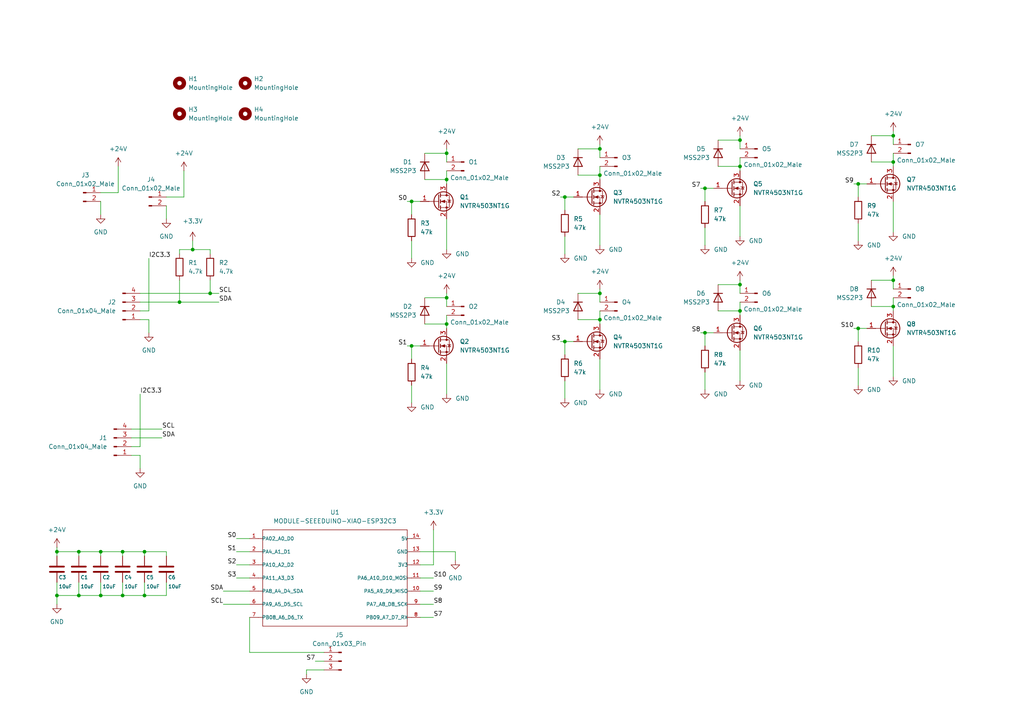
<source format=kicad_sch>
(kicad_sch (version 20250114) (generator "eeschema") (generator_version "9.0")
  (paper "A4")
  (lib_symbols
    (symbol "+24V_1" (power) (pin_numbers (hide yes)) (pin_names (offset 0) (hide yes))
      (property "Value" "+24V" (at 0 3.556 0))
      (symbol "+24V_1_0_1"
        (polyline (pts (xy -0.762 1.27) (xy 0 2.54)))
        (polyline (pts (xy 0 2.54) (xy 0.762 1.27)))
        (polyline (pts (xy 0 0) (xy 0 2.54)))
      )
      (symbol "+24V_1_1_1"
        (pin power_in line (at 0 0 90) (length 0) (name "~") (number "1"))
      )
    )
    (symbol "Connector:Conn_01x02_Male" (pin_names (offset 1.016) (hide yes))
      (property "Reference" "J" (at 0 2.54 0))
      (property "Value" "Conn_01x02_Male" (at 0 -5.08 0))
      (symbol "Conn_01x02_Male_1_1"
        (rectangle (start 0.8636 0.127) (end 0 -0.127) (stroke (width 0.1524)) (fill (type outline)))
        (rectangle (start 0.8636 -2.413) (end 0 -2.667) (stroke (width 0.1524)) (fill (type outline)))
        (polyline (pts (xy 1.27 0) (xy 0.8636 0)) (stroke (width 0.1524)))
        (polyline (pts (xy 1.27 -2.54) (xy 0.8636 -2.54)) (stroke (width 0.1524)))
        (pin passive line (at 5.08 0 180) (length 3.81) (name "Pin_1") (number "1"))
        (pin passive line (at 5.08 -2.54 180) (length 3.81) (name "Pin_2") (number "2"))
      )
    )
    (symbol "Connector:Conn_01x03_Pin" (pin_names (offset 1.016) (hide yes))
      (property "Reference" "J" (at 0 5.08 0))
      (property "Value" "Conn_01x03_Pin" (at 0 -5.08 0))
      (symbol "Conn_01x03_Pin_1_1"
        (rectangle (start 0.8636 2.667) (end 0 2.413) (stroke (width 0.1524)) (fill (type outline)))
        (rectangle (start 0.8636 0.127) (end 0 -0.127) (stroke (width 0.1524)) (fill (type outline)))
        (rectangle (start 0.8636 -2.413) (end 0 -2.667) (stroke (width 0.1524)) (fill (type outline)))
        (polyline (pts (xy 1.27 2.54) (xy 0.8636 2.54)) (stroke (width 0.1524)))
        (polyline (pts (xy 1.27 0) (xy 0.8636 0)) (stroke (width 0.1524)))
        (polyline (pts (xy 1.27 -2.54) (xy 0.8636 -2.54)) (stroke (width 0.1524)))
        (pin passive line (at 5.08 2.54 180) (length 3.81) (name "Pin_1") (number "1"))
        (pin passive line (at 5.08 0 180) (length 3.81) (name "Pin_2") (number "2"))
        (pin passive line (at 5.08 -2.54 180) (length 3.81) (name "Pin_3") (number "3"))
      )
    )
    (symbol "Connector:Conn_01x04_Male" (pin_names (offset 1.016) (hide yes))
      (property "Reference" "J" (at 0 5.08 0))
      (property "Value" "Conn_01x04_Male" (at 0 -7.62 0))
      (symbol "Conn_01x04_Male_1_1"
        (rectangle (start 0.8636 2.667) (end 0 2.413) (stroke (width 0.1524)) (fill (type outline)))
        (rectangle (start 0.8636 0.127) (end 0 -0.127) (stroke (width 0.1524)) (fill (type outline)))
        (rectangle (start 0.8636 -2.413) (end 0 -2.667) (stroke (width 0.1524)) (fill (type outline)))
        (rectangle (start 0.8636 -4.953) (end 0 -5.207) (stroke (width 0.1524)) (fill (type outline)))
        (polyline (pts (xy 1.27 2.54) (xy 0.8636 2.54)) (stroke (width 0.1524)))
        (polyline (pts (xy 1.27 0) (xy 0.8636 0)) (stroke (width 0.1524)))
        (polyline (pts (xy 1.27 -2.54) (xy 0.8636 -2.54)) (stroke (width 0.1524)))
        (polyline (pts (xy 1.27 -5.08) (xy 0.8636 -5.08)) (stroke (width 0.1524)))
        (pin passive line (at 5.08 2.54 180) (length 3.81) (name "Pin_1") (number "1"))
        (pin passive line (at 5.08 0 180) (length 3.81) (name "Pin_2") (number "2"))
        (pin passive line (at 5.08 -2.54 180) (length 3.81) (name "Pin_3") (number "3"))
        (pin passive line (at 5.08 -5.08 180) (length 3.81) (name "Pin_4") (number "4"))
      )
    )
    (symbol "Device:C" (pin_numbers (hide yes)) (pin_names (offset 0.254))
      (property "Reference" "C" (at 0.635 2.54 0))
      (property "Value" "C" (at 0.635 -2.54 0))
      (symbol "C_0_1"
        (polyline (pts (xy -2.032 0.762) (xy 2.032 0.762)) (stroke (width 0.508)))
        (polyline (pts (xy -2.032 -0.762) (xy 2.032 -0.762)) (stroke (width 0.508)))
      )
      (symbol "C_1_1"
        (pin passive line (at 0 3.81 270) (length 2.794) (name "~") (number "1"))
        (pin passive line (at 0 -3.81 90) (length 2.794) (name "~") (number "2"))
      )
    )
    (symbol "Device:D" (pin_numbers (hide yes)) (pin_names (offset 1.016) (hide yes))
      (property "Reference" "D" (at 0 2.54 0))
      (property "Value" "D" (at 0 -2.54 0))
      (symbol "D_0_1"
        (polyline (pts (xy -1.27 1.27) (xy -1.27 -1.27)) (stroke (width 0.254)))
        (polyline (pts (xy 1.27 1.27) (xy 1.27 -1.27) (xy -1.27 0) (xy 1.27 1.27)) (stroke (width 0.254)))
        (polyline (pts (xy 1.27 0) (xy -1.27 0)))
      )
      (symbol "D_1_1"
        (pin passive line (at -3.81 0 0) (length 2.54) (name "K") (number "1"))
        (pin passive line (at 3.81 0 180) (length 2.54) (name "A") (number "2"))
      )
    )
    (symbol "Device:Q_NMOS_GSD" (pin_names (offset 0) (hide yes))
      (property "Reference" "Q" (at 5.08 1.27 0))
      (property "Value" "Q_NMOS_GSD" (at 5.08 -1.27 0))
      (symbol "Q_NMOS_GSD_0_1"
        (polyline (pts (xy 0.254 1.905) (xy 0.254 -1.905)) (stroke (width 0.254)))
        (polyline (pts (xy 0.254 0) (xy -2.54 0)))
        (polyline (pts (xy 0.762 2.286) (xy 0.762 1.27)) (stroke (width 0.254)))
        (polyline (pts (xy 0.762 0.508) (xy 0.762 -0.508)) (stroke (width 0.254)))
        (polyline (pts (xy 0.762 -1.27) (xy 0.762 -2.286)) (stroke (width 0.254)))
        (polyline (pts (xy 0.762 -1.778) (xy 3.302 -1.778) (xy 3.302 1.778) (xy 0.762 1.778)))
        (polyline (pts (xy 1.016 0) (xy 2.032 0.381) (xy 2.032 -0.381) (xy 1.016 0)) (fill (type outline)))
        (circle (center 1.651 0) (radius 2.794) (stroke (width 0.254)))
        (polyline (pts (xy 2.54 2.54) (xy 2.54 1.778)))
        (circle (center 2.54 1.778) (radius 0.254) (fill (type outline)))
        (circle (center 2.54 -1.778) (radius 0.254) (fill (type outline)))
        (polyline (pts (xy 2.54 -2.54) (xy 2.54 0) (xy 0.762 0)))
        (polyline (pts (xy 2.794 0.508) (xy 2.921 0.381) (xy 3.683 0.381) (xy 3.81 0.254)))
        (polyline (pts (xy 3.302 0.381) (xy 2.921 -0.254) (xy 3.683 -0.254) (xy 3.302 0.381)))
      )
      (symbol "Q_NMOS_GSD_1_1"
        (pin input line (at -5.08 0 0) (length 2.54) (name "G") (number "1"))
        (pin passive line (at 2.54 5.08 270) (length 2.54) (name "D") (number "3"))
        (pin passive line (at 2.54 -5.08 90) (length 2.54) (name "S") (number "2"))
      )
    )
    (symbol "Device:R" (pin_numbers (hide yes)) (pin_names (offset 0))
      (property "Reference" "R" (at 2.032 0 90))
      (property "Value" "R" (at 0 0 90))
      (symbol "R_0_1"
        (rectangle (start -1.016 -2.54) (end 1.016 2.54) (stroke (width 0.254)))
      )
      (symbol "R_1_1"
        (pin passive line (at 0 3.81 270) (length 1.27) (name "~") (number "1"))
        (pin passive line (at 0 -3.81 90) (length 1.27) (name "~") (number "2"))
      )
    )
    (symbol "Mechanical:MountingHole" (pin_names (offset 1.016)) (exclude_from_sim yes) (in_bom no)
      (property "Reference" "H" (at 0 5.08 0))
      (property "Value" "MountingHole" (at 0 3.175 0))
      (symbol "MountingHole_0_1"
        (circle (center 0 0) (radius 1.27) (stroke (width 1.27)))
      )
    )
    (symbol "MiAM:MODULE-SEEEDUINO-XIAO-ESP32C3" (pin_names (offset 1.016))
      (property "Reference" "U" (at -21.59 15.24 0))
      (property "Value" "MODULE-SEEEDUINO-XIAO-ESP32C3" (at -21.59 13.97 0))
      (symbol "MODULE-SEEEDUINO-XIAO-ESP32C3_0_0"
        (polyline (pts (xy -21.59 13.97) (xy 20.32 13.97)) (stroke (width 0.1524)))
        (polyline (pts (xy -21.59 11.43) (xy -22.86 11.43)) (stroke (width 0.1524)))
        (polyline (pts (xy -21.59 11.43) (xy -21.59 13.97)) (stroke (width 0.1524)))
        (polyline (pts (xy -21.59 7.62) (xy -22.86 7.62)) (stroke (width 0.1524)))
        (polyline (pts (xy -21.59 7.62) (xy -21.59 11.43)) (stroke (width 0.1524)))
        (polyline (pts (xy -21.59 3.81) (xy -22.86 3.81)) (stroke (width 0.1524)))
        (polyline (pts (xy -21.59 3.81) (xy -21.59 7.62)) (stroke (width 0.1524)))
        (polyline (pts (xy -21.59 0) (xy -22.86 0)) (stroke (width 0.1524)))
        (polyline (pts (xy -21.59 0) (xy -21.59 3.81)) (stroke (width 0.1524)))
        (polyline (pts (xy -21.59 -3.81) (xy -22.86 -3.81)) (stroke (width 0.1524)))
        (polyline (pts (xy -21.59 -7.62) (xy -22.86 -7.62)) (stroke (width 0.1524)))
        (polyline (pts (xy -21.59 -11.43) (xy -22.86 -11.43)) (stroke (width 0.1524)))
        (polyline (pts (xy -21.59 -13.97) (xy -21.59 0)) (stroke (width 0.1524)))
        (polyline (pts (xy 20.32 13.97) (xy 20.32 11.43)) (stroke (width 0.1524)))
        (polyline (pts (xy 20.32 11.43) (xy 20.32 7.62)) (stroke (width 0.1524)))
        (polyline (pts (xy 20.32 7.62) (xy 20.32 3.81)) (stroke (width 0.1524)))
        (polyline (pts (xy 20.32 3.81) (xy 20.32 -13.97)) (stroke (width 0.1524)))
        (polyline (pts (xy 20.32 -13.97) (xy -21.59 -13.97)) (stroke (width 0.1524)))
        (polyline (pts (xy 21.59 11.43) (xy 20.32 11.43)) (stroke (width 0.1524)))
        (polyline (pts (xy 21.59 7.62) (xy 20.32 7.62)) (stroke (width 0.1524)))
        (polyline (pts (xy 21.59 3.81) (xy 20.32 3.81)) (stroke (width 0.1524)))
        (polyline (pts (xy 21.59 0) (xy 20.32 0)) (stroke (width 0.1524)))
        (polyline (pts (xy 21.59 -3.81) (xy 20.32 -3.81)) (stroke (width 0.1524)))
        (polyline (pts (xy 21.59 -7.62) (xy 20.32 -7.62)) (stroke (width 0.1524)))
        (polyline (pts (xy 21.59 -11.43) (xy 20.32 -11.43)) (stroke (width 0.1524)))
        (pin bidirectional line (at -25.4 11.43 0) (length 2.54) (name "PA02_A0_D0") (number "1"))
        (pin bidirectional line (at -25.4 7.62 0) (length 2.54) (name "PA4_A1_D1") (number "2"))
        (pin bidirectional line (at -25.4 3.81 0) (length 2.54) (name "PA10_A2_D2") (number "3"))
        (pin bidirectional line (at -25.4 0 0) (length 2.54) (name "PA11_A3_D3") (number "4"))
        (pin bidirectional line (at -25.4 -3.81 0) (length 2.54) (name "PA8_A4_D4_SDA") (number "5"))
        (pin bidirectional line (at -25.4 -7.62 0) (length 2.54) (name "PA9_A5_D5_SCL") (number "6"))
        (pin bidirectional line (at -25.4 -11.43 0) (length 2.54) (name "PB08_A6_D6_TX") (number "7"))
        (pin bidirectional line (at 24.13 11.43 180) (length 2.54) (name "5V") (number "14"))
        (pin bidirectional line (at 24.13 7.62 180) (length 2.54) (name "GND") (number "13"))
        (pin bidirectional line (at 24.13 3.81 180) (length 2.54) (name "3V3") (number "12"))
        (pin bidirectional line (at 24.13 0 180) (length 2.54) (name "PA6_A10_D10_MOSI") (number "11"))
        (pin bidirectional line (at 24.13 -3.81 180) (length 2.54) (name "PA5_A9_D9_MISO") (number "10"))
        (pin bidirectional line (at 24.13 -7.62 180) (length 2.54) (name "PA7_A8_D8_SCK") (number "9"))
        (pin bidirectional line (at 24.13 -11.43 180) (length 2.54) (name "PB09_A7_D7_RX") (number "8"))
      )
    )
    (symbol "power:+24V" (power) (pin_names (offset 0))
      (property "Value" "+24V" (at 0 3.556 0))
      (symbol "+24V_0_1"
        (polyline (pts (xy -0.762 1.27) (xy 0 2.54)))
        (polyline (pts (xy 0 2.54) (xy 0.762 1.27)))
        (polyline (pts (xy 0 0) (xy 0 2.54)))
      )
      (symbol "+24V_1_1"
        (pin power_in line (at 0 0 90) (length 0) (hide yes) (name "+24V") (number "1"))
      )
    )
    (symbol "power:+3.3V" (power) (pin_names (offset 0))
      (property "Value" "+3.3V" (at 0 3.556 0))
      (symbol "+3.3V_0_1"
        (polyline (pts (xy -0.762 1.27) (xy 0 2.54)))
        (polyline (pts (xy 0 2.54) (xy 0.762 1.27)))
        (polyline (pts (xy 0 0) (xy 0 2.54)))
      )
      (symbol "+3.3V_1_1"
        (pin power_in line (at 0 0 90) (length 0) (hide yes) (name "+3.3V") (number "1"))
      )
    )
    (symbol "power:GND" (power) (pin_names (offset 0))
      (property "Value" "GND" (at 0 -3.81 0))
      (symbol "GND_0_1"
        (polyline (pts (xy 0 0) (xy 0 -1.27) (xy 1.27 -1.27) (xy 0 -2.54) (xy -1.27 -1.27) (xy 0 -1.27)))
      )
      (symbol "GND_1_1"
        (pin power_in line (at 0 0 270) (length 0) (hide yes) (name "GND") (number "1"))
      )
    )
  )
  (junction (at 55.88 72.39))
  (junction (at 129.54 52.07))
  (junction (at 163.83 99.06))
  (junction (at 163.83 57.15))
  (junction (at 259.08 39.37))
  (junction (at 22.86 172.72))
  (junction (at 214.63 90.17))
  (junction (at 204.47 54.61))
  (junction (at 35.56 172.72))
  (junction (at 119.38 100.33))
  (junction (at 35.56 160.02))
  (junction (at 214.63 82.55))
  (junction (at 129.54 93.98))
  (junction (at 248.92 53.34))
  (junction (at 41.91 160.02))
  (junction (at 173.99 92.71))
  (junction (at 16.51 172.72))
  (junction (at 204.47 96.52))
  (junction (at 259.08 46.99))
  (junction (at 129.54 44.45))
  (junction (at 119.38 58.42))
  (junction (at 214.63 40.64))
  (junction (at 52.07 87.63))
  (junction (at 173.99 85.09))
  (junction (at 22.86 160.02))
  (junction (at 41.91 172.72))
  (junction (at 29.21 160.02))
  (junction (at 29.21 172.72))
  (junction (at 248.92 95.25))
  (junction (at 173.99 43.18))
  (junction (at 214.63 48.26))
  (junction (at 60.96 85.09))
  (junction (at 259.08 88.9))
  (junction (at 173.99 50.8))
  (junction (at 16.51 160.02))
  (junction (at 259.08 81.28))
  (junction (at 129.54 86.36))
  (wire (pts (xy 29.21 160.02) (xy 22.86 160.02)))
  (wire (pts (xy 129.54 49.53) (xy 129.54 52.07)))
  (wire (pts (xy 247.65 95.25) (xy 248.92 95.25)))
  (wire (pts (xy 173.99 90.17) (xy 173.99 92.71)))
  (wire (pts (xy 43.18 92.71) (xy 43.18 96.52)))
  (wire (pts (xy 259.08 38.1) (xy 259.08 39.37)))
  (wire (pts (xy 248.92 53.34) (xy 251.46 53.34)))
  (wire (pts (xy 173.99 104.14) (xy 173.99 113.03)))
  (wire (pts (xy 91.44 191.77) (xy 93.98 191.77)))
  (wire (pts (xy 52.07 72.39) (xy 55.88 72.39)))
  (wire (pts (xy 118.11 58.42) (xy 119.38 58.42)))
  (wire (pts (xy 72.39 189.23) (xy 93.98 189.23)))
  (wire (pts (xy 248.92 69.85) (xy 248.92 64.77)))
  (wire (pts (xy 48.26 168.91) (xy 48.26 172.72)))
  (wire (pts (xy 60.96 72.39) (xy 60.96 73.66)))
  (wire (pts (xy 203.2 96.52) (xy 204.47 96.52)))
  (wire (pts (xy 40.64 92.71) (xy 43.18 92.71)))
  (wire (pts (xy 208.28 48.26) (xy 214.63 48.26)))
  (wire (pts (xy 35.56 160.02) (xy 29.21 160.02)))
  (wire (pts (xy 252.73 81.28) (xy 259.08 81.28)))
  (wire (pts (xy 214.63 81.28) (xy 214.63 82.55)))
  (wire (pts (xy 53.34 49.53) (xy 53.34 57.15)))
  (wire (pts (xy 119.38 100.33) (xy 121.92 100.33)))
  (wire (pts (xy 204.47 96.52) (xy 207.01 96.52)))
  (wire (pts (xy 52.07 72.39) (xy 52.07 73.66)))
  (wire (pts (xy 204.47 71.12) (xy 204.47 66.04)))
  (wire (pts (xy 48.26 172.72) (xy 41.91 172.72)))
  (wire (pts (xy 173.99 85.09) (xy 173.99 87.63)))
  (wire (pts (xy 119.38 58.42) (xy 121.92 58.42)))
  (wire (pts (xy 173.99 48.26) (xy 173.99 50.8)))
  (wire (pts (xy 40.64 129.54) (xy 38.1 129.54)))
  (wire (pts (xy 48.26 59.69) (xy 48.26 63.5)))
  (wire (pts (xy 68.58 156.21) (xy 72.39 156.21)))
  (wire (pts (xy 29.21 161.29) (xy 29.21 160.02)))
  (wire (pts (xy 204.47 100.33) (xy 204.47 96.52)))
  (wire (pts (xy 125.73 167.64) (xy 121.92 167.64)))
  (wire (pts (xy 248.92 111.76) (xy 248.92 106.68)))
  (wire (pts (xy 41.91 160.02) (xy 35.56 160.02)))
  (wire (pts (xy 129.54 105.41) (xy 129.54 114.3)))
  (wire (pts (xy 16.51 160.02) (xy 16.51 161.29)))
  (wire (pts (xy 214.63 40.64) (xy 214.63 43.18)))
  (wire (pts (xy 68.58 160.02) (xy 72.39 160.02)))
  (wire (pts (xy 132.08 160.02) (xy 132.08 162.56)))
  (wire (pts (xy 259.08 86.36) (xy 259.08 88.9)))
  (wire (pts (xy 173.99 41.91) (xy 173.99 43.18)))
  (wire (pts (xy 40.64 87.63) (xy 52.07 87.63)))
  (wire (pts (xy 34.29 48.26) (xy 34.29 55.88)))
  (wire (pts (xy 204.47 113.03) (xy 204.47 107.95)))
  (wire (pts (xy 163.83 99.06) (xy 166.37 99.06)))
  (wire (pts (xy 173.99 62.23) (xy 173.99 71.12)))
  (wire (pts (xy 129.54 43.18) (xy 129.54 44.45)))
  (wire (pts (xy 123.19 86.36) (xy 129.54 86.36)))
  (wire (pts (xy 72.39 179.07) (xy 72.39 189.23)))
  (wire (pts (xy 129.54 93.98) (xy 129.54 95.25)))
  (wire (pts (xy 214.63 59.69) (xy 214.63 68.58)))
  (wire (pts (xy 129.54 85.09) (xy 129.54 86.36)))
  (wire (pts (xy 43.18 74.93) (xy 43.18 90.17)))
  (wire (pts (xy 52.07 87.63) (xy 63.5 87.63)))
  (wire (pts (xy 22.86 160.02) (xy 16.51 160.02)))
  (wire (pts (xy 259.08 58.42) (xy 259.08 67.31)))
  (wire (pts (xy 252.73 39.37) (xy 259.08 39.37)))
  (wire (pts (xy 35.56 168.91) (xy 35.56 172.72)))
  (wire (pts (xy 119.38 74.93) (xy 119.38 69.85)))
  (wire (pts (xy 163.83 60.96) (xy 163.83 57.15)))
  (wire (pts (xy 173.99 43.18) (xy 173.99 45.72)))
  (wire (pts (xy 252.73 88.9) (xy 259.08 88.9)))
  (wire (pts (xy 163.83 115.57) (xy 163.83 110.49)))
  (wire (pts (xy 259.08 88.9) (xy 259.08 90.17)))
  (wire (pts (xy 121.92 163.83) (xy 125.73 163.83)))
  (wire (pts (xy 173.99 92.71) (xy 173.99 93.98)))
  (wire (pts (xy 214.63 48.26) (xy 214.63 49.53)))
  (wire (pts (xy 163.83 57.15) (xy 166.37 57.15)))
  (wire (pts (xy 119.38 104.14) (xy 119.38 100.33)))
  (wire (pts (xy 259.08 80.01) (xy 259.08 81.28)))
  (wire (pts (xy 248.92 57.15) (xy 248.92 53.34)))
  (wire (pts (xy 247.65 53.34) (xy 248.92 53.34)))
  (wire (pts (xy 55.88 69.85) (xy 55.88 72.39)))
  (wire (pts (xy 125.73 171.45) (xy 121.92 171.45)))
  (wire (pts (xy 41.91 161.29) (xy 41.91 160.02)))
  (wire (pts (xy 167.64 92.71) (xy 173.99 92.71)))
  (wire (pts (xy 208.28 90.17) (xy 214.63 90.17)))
  (wire (pts (xy 163.83 73.66) (xy 163.83 68.58)))
  (wire (pts (xy 123.19 52.07) (xy 129.54 52.07)))
  (wire (pts (xy 167.64 85.09) (xy 173.99 85.09)))
  (wire (pts (xy 214.63 87.63) (xy 214.63 90.17)))
  (wire (pts (xy 125.73 175.26) (xy 121.92 175.26)))
  (wire (pts (xy 259.08 81.28) (xy 259.08 83.82)))
  (wire (pts (xy 41.91 168.91) (xy 41.91 172.72)))
  (wire (pts (xy 129.54 52.07) (xy 129.54 53.34)))
  (wire (pts (xy 35.56 161.29) (xy 35.56 160.02)))
  (wire (pts (xy 88.9 194.31) (xy 93.98 194.31)))
  (wire (pts (xy 125.73 163.83) (xy 125.73 153.67)))
  (wire (pts (xy 68.58 163.83) (xy 72.39 163.83)))
  (wire (pts (xy 60.96 81.28) (xy 60.96 85.09)))
  (wire (pts (xy 29.21 172.72) (xy 22.86 172.72)))
  (wire (pts (xy 64.77 175.26) (xy 72.39 175.26)))
  (wire (pts (xy 123.19 93.98) (xy 129.54 93.98)))
  (wire (pts (xy 41.91 172.72) (xy 35.56 172.72)))
  (wire (pts (xy 259.08 46.99) (xy 259.08 48.26)))
  (wire (pts (xy 214.63 90.17) (xy 214.63 91.44)))
  (wire (pts (xy 68.58 167.64) (xy 72.39 167.64)))
  (wire (pts (xy 48.26 160.02) (xy 41.91 160.02)))
  (wire (pts (xy 22.86 172.72) (xy 16.51 172.72)))
  (wire (pts (xy 16.51 168.91) (xy 16.51 172.72)))
  (wire (pts (xy 64.77 171.45) (xy 72.39 171.45)))
  (wire (pts (xy 208.28 40.64) (xy 214.63 40.64)))
  (wire (pts (xy 259.08 44.45) (xy 259.08 46.99)))
  (wire (pts (xy 52.07 81.28) (xy 52.07 87.63)))
  (wire (pts (xy 35.56 172.72) (xy 29.21 172.72)))
  (wire (pts (xy 204.47 58.42) (xy 204.47 54.61)))
  (wire (pts (xy 259.08 39.37) (xy 259.08 41.91)))
  (wire (pts (xy 248.92 95.25) (xy 251.46 95.25)))
  (wire (pts (xy 16.51 172.72) (xy 16.51 175.26)))
  (wire (pts (xy 252.73 46.99) (xy 259.08 46.99)))
  (wire (pts (xy 55.88 72.39) (xy 60.96 72.39)))
  (wire (pts (xy 214.63 101.6) (xy 214.63 110.49)))
  (wire (pts (xy 162.56 99.06) (xy 163.83 99.06)))
  (wire (pts (xy 129.54 91.44) (xy 129.54 93.98)))
  (wire (pts (xy 129.54 86.36) (xy 129.54 88.9)))
  (wire (pts (xy 118.11 100.33) (xy 119.38 100.33)))
  (wire (pts (xy 48.26 161.29) (xy 48.26 160.02)))
  (wire (pts (xy 214.63 82.55) (xy 214.63 85.09)))
  (wire (pts (xy 60.96 85.09) (xy 63.5 85.09)))
  (wire (pts (xy 38.1 124.46) (xy 46.99 124.46)))
  (wire (pts (xy 208.28 82.55) (xy 214.63 82.55)))
  (wire (pts (xy 40.64 132.08) (xy 40.64 135.89)))
  (wire (pts (xy 88.9 195.58) (xy 88.9 194.31)))
  (wire (pts (xy 214.63 39.37) (xy 214.63 40.64)))
  (wire (pts (xy 167.64 50.8) (xy 173.99 50.8)))
  (wire (pts (xy 38.1 132.08) (xy 40.64 132.08)))
  (wire (pts (xy 40.64 85.09) (xy 60.96 85.09)))
  (wire (pts (xy 129.54 63.5) (xy 129.54 72.39)))
  (wire (pts (xy 22.86 161.29) (xy 22.86 160.02)))
  (wire (pts (xy 125.73 179.07) (xy 121.92 179.07)))
  (wire (pts (xy 203.2 54.61) (xy 204.47 54.61)))
  (wire (pts (xy 43.18 90.17) (xy 40.64 90.17)))
  (wire (pts (xy 204.47 54.61) (xy 207.01 54.61)))
  (wire (pts (xy 129.54 44.45) (xy 129.54 46.99)))
  (wire (pts (xy 29.21 58.42) (xy 29.21 62.23)))
  (wire (pts (xy 29.21 168.91) (xy 29.21 172.72)))
  (wire (pts (xy 163.83 102.87) (xy 163.83 99.06)))
  (wire (pts (xy 248.92 99.06) (xy 248.92 95.25)))
  (wire (pts (xy 29.21 55.88) (xy 34.29 55.88)))
  (wire (pts (xy 48.26 57.15) (xy 53.34 57.15)))
  (wire (pts (xy 121.92 160.02) (xy 132.08 160.02)))
  (wire (pts (xy 40.64 114.3) (xy 40.64 129.54)))
  (wire (pts (xy 119.38 62.23) (xy 119.38 58.42)))
  (wire (pts (xy 22.86 168.91) (xy 22.86 172.72)))
  (wire (pts (xy 123.19 44.45) (xy 129.54 44.45)))
  (wire (pts (xy 259.08 100.33) (xy 259.08 109.22)))
  (wire (pts (xy 162.56 57.15) (xy 163.83 57.15)))
  (wire (pts (xy 173.99 50.8) (xy 173.99 52.07)))
  (wire (pts (xy 119.38 116.84) (xy 119.38 111.76)))
  (wire (pts (xy 173.99 83.82) (xy 173.99 85.09)))
  (wire (pts (xy 214.63 45.72) (xy 214.63 48.26)))
  (wire (pts (xy 167.64 43.18) (xy 173.99 43.18)))
  (wire (pts (xy 16.51 158.75) (xy 16.51 160.02)))
  (wire (pts (xy 38.1 127) (xy 46.99 127)))
  (label "S1" (at 68.58 160.02 180))
  (label "S1" (at 118.11 100.33 180))
  (label "S8" (at 203.2 96.52 180))
  (label "S10" (at 125.73 167.64 0))
  (label "S3" (at 162.56 99.06 180))
  (label "S3" (at 68.58 167.64 180))
  (label "S0" (at 68.58 156.21 180))
  (label "SDA" (at 46.99 127 0))
  (label "S7" (at 91.44 191.77 180))
  (label "SCL" (at 46.99 124.46 0))
  (label "SCL" (at 64.77 175.26 180))
  (label "S8" (at 125.73 175.26 0))
  (label "S10" (at 247.65 95.25 180))
  (label "SDA" (at 64.77 171.45 180))
  (label "SCL" (at 63.5 85.09 0))
  (label "S2" (at 68.58 163.83 180))
  (label "I2C3.3" (at 40.64 114.3 0))
  (label "S9" (at 125.73 171.45 0))
  (label "S0" (at 118.11 58.42 180))
  (label "S2" (at 162.56 57.15 180))
  (label "S7" (at 125.73 179.07 0))
  (label "S9" (at 247.65 53.34 180))
  (label "S7" (at 203.2 54.61 180))
  (label "I2C3.3" (at 43.18 74.93 0))
  (label "SDA" (at 63.5 87.63 0))
  (symbol (lib_id "Device:R") (at 119.38 107.95 0) (unit 1)
    (property "Reference" "R4" (at 121.92 106.6799 0) (effects (justify left)))
    (property "Value" "47k" (at 121.92 109.2199 0) (effects (justify left)))
    (property "Footprint" "Resistor_SMD:R_0805_2012Metric_Pad1.20x1.40mm_HandSolder" (effects (hide yes)))
  )
  (symbol (lib_id "power:GND") (at 163.83 73.66 0) (unit 1)
    (property "Reference" "#PWR018" (effects (hide yes)))
    (property "Value" "GND" (at 166.37 74.9299 0) (effects (justify left)))
  )
  (symbol (lib_id "power:GND") (at 204.47 113.03 0) (unit 1)
    (property "Reference" "#PWR025" (effects (hide yes)))
    (property "Value" "GND" (at 207.01 114.2999 0) (effects (justify left)))
  )
  (symbol (lib_name "+24V_1") (lib_id "power:+24V") (at 53.34 49.53 0) (unit 1)
    (property "Reference" "#PWR09" (effects (hide yes)))
    (property "Value" "+24V" (at 53.34 44.45 0))
    (property "Description" "Power symbol creates a global label with name \"+24V\"" (effects (hide yes)))
  )
  (symbol (lib_id "power:+24V") (at 214.63 81.28 0) (unit 1)
    (property "Reference" "#PWR028" (effects (hide yes)))
    (property "Value" "+24V" (at 214.63 76.2 0))
  )
  (symbol (lib_id "power:+3.3V") (at 125.73 153.67 0) (mirror y) (unit 1)
    (property "Reference" "#PWR010" (effects (hide yes)))
    (property "Value" "+3.3V" (at 125.73 148.59 0))
  )
  (symbol (lib_id "Connector:Conn_01x02_Male") (at 264.16 83.82 0) (mirror y) (unit 1)
    (property "Reference" "O8" (at 265.43 83.8199 0) (effects (justify right)))
    (property "Value" "Conn_01x02_Male" (at 260.096 88.392 0) (effects (justify right)))
    (property "Footprint" "Connector_JST:JST_PH_B2B-PH-K_1x02_P2.00mm_Vertical" (effects (hide yes)))
    (property "Mouser Part Number" " 538-53047-0210 " (effects (hide yes)))
  )
  (symbol (lib_id "power:+24V") (at 173.99 83.82 0) (unit 1)
    (property "Reference" "#PWR022" (effects (hide yes)))
    (property "Value" "+24V" (at 173.99 78.74 0))
  )
  (symbol (lib_id "Device:Q_NMOS_GSD") (at 212.09 54.61 0) (unit 1)
    (property "Reference" "Q5" (at 218.44 53.34 0) (effects (justify left)))
    (property "Value" "NVTR4503NT1G" (at 218.44 55.88 0) (effects (justify left)))
    (property "Footprint" "Package_TO_SOT_SMD:SOT-23_Handsoldering" (effects (hide yes)))
    (property "RS" "    780-4815" (effects (hide yes)))
  )
  (symbol (lib_id "Connector:Conn_01x04_Male") (at 33.02 129.54 0) (mirror x) (unit 1)
    (property "Reference" "J1" (at 31.115 126.9999 0) (effects (justify right)))
    (property "Value" "Conn_01x04_Male" (at 31.115 129.5399 0) (effects (justify right)))
    (property "Footprint" "Connector_JST:JST_SH_SM04B-SRSS-TB_1x04-1MP_P1.00mm_Horizontal" (effects (hide yes)))
    (property "RS" "    515-1513" (effects (hide yes)))
  )
  (symbol (lib_id "Connector:Conn_01x02_Male") (at 264.16 41.91 0) (mirror y) (unit 1)
    (property "Reference" "O7" (at 265.43 41.9099 0) (effects (justify right)))
    (property "Value" "Conn_01x02_Male" (at 260.096 46.482 0) (effects (justify right)))
    (property "Footprint" "Connector_JST:JST_PH_B2B-PH-K_1x02_P2.00mm_Vertical" (effects (hide yes)))
    (property "Mouser Part Number" " 538-53047-0210 " (effects (hide yes)))
  )
  (symbol (lib_id "MiAM:MODULE-SEEEDUINO-XIAO-ESP32C3") (at 97.79 167.64 0) (unit 1)
    (property "Reference" "U1" (at 97.155 148.59 0))
    (property "Value" "MODULE-SEEEDUINO-XIAO-ESP32C3" (at 97.155 151.13 0))
    (property "Footprint" "MiAM:MODULE14P-SMD-2.54-21X17.8MM" (effects (hide yes)))
  )
  (symbol (lib_id "power:GND") (at 163.83 115.57 0) (unit 1)
    (property "Reference" "#PWR019" (effects (hide yes)))
    (property "Value" "GND" (at 166.37 116.8399 0) (effects (justify left)))
  )
  (symbol (lib_id "power:GND") (at 259.08 109.22 0) (unit 1)
    (property "Reference" "#PWR035" (effects (hide yes)))
    (property "Value" "GND" (at 261.62 110.4899 0) (effects (justify left)))
  )
  (symbol (lib_id "power:GND") (at 119.38 74.93 0) (unit 1)
    (property "Reference" "#PWR012" (effects (hide yes)))
    (property "Value" "GND" (at 121.92 76.1999 0) (effects (justify left)))
  )
  (symbol (lib_id "Device:C") (at 16.51 165.1 0) (unit 1)
    (property "Reference" "C3" (at 17.018 166.878 0) (effects (font (size 1.016 1.016)) (justify left top)))
    (property "Value" "10uF" (at 17.018 170.688 0) (effects (font (size 1.016 1.016)) (justify left bottom)))
    (property "Footprint" "Capacitor_SMD:C_1206_3216Metric_Pad1.33x1.80mm_HandSolder" (effects (hide yes)))
    (property "MF" "TDK" (effects (hide yes)))
    (property "MPN" "CL31A106MBHNNNE " (effects (hide yes)))
    (property "Mouser Part Number" "187-CL31A106MBHNNNE" (effects (hide yes)))
  )
  (symbol (lib_id "power:+24V") (at 173.99 41.91 0) (unit 1)
    (property "Reference" "#PWR020" (effects (hide yes)))
    (property "Value" "+24V" (at 173.99 36.83 0))
  )
  (symbol (lib_name "+24V_1") (lib_id "power:+24V") (at 16.51 158.75 0) (unit 1)
    (property "Reference" "#PWR036" (effects (hide yes)))
    (property "Value" "+24V" (at 16.51 153.67 0))
    (property "Description" "Power symbol creates a global label with name \"+24V\"" (effects (hide yes)))
  )
  (symbol (lib_id "Device:D") (at 208.28 86.36 270) (unit 1)
    (property "Reference" "D6" (at 201.93 85.09 90) (effects (justify left)))
    (property "Value" "MSS2P3" (at 198.12 87.63 90) (effects (justify left)))
    (property "Footprint" "Diode_SMD:D_MicroSMP_AK" (effects (hide yes)))
    (property "Sim.Device" "D" (effects (hide yes)))
    (property "Sim.Pins" "1=K 2=A" (effects (hide yes)))
    (property "RS" "    710-3086" (effects (hide yes)))
  )
  (symbol (lib_id "Device:C") (at 29.21 165.1 0) (unit 1)
    (property "Reference" "C2" (at 29.718 166.878 0) (effects (font (size 1.016 1.016)) (justify left top)))
    (property "Value" "10uF" (at 29.718 170.688 0) (effects (font (size 1.016 1.016)) (justify left bottom)))
    (property "Footprint" "Capacitor_SMD:C_1206_3216Metric_Pad1.33x1.80mm_HandSolder" (effects (hide yes)))
    (property "MF" "TDK" (effects (hide yes)))
    (property "MPN" "CL31A106MBHNNNE " (effects (hide yes)))
    (property "Mouser Part Number" "187-CL31A106MBHNNNE" (effects (hide yes)))
  )
  (symbol (lib_id "power:+24V") (at 129.54 43.18 0) (unit 1)
    (property "Reference" "#PWR014" (effects (hide yes)))
    (property "Value" "+24V" (at 129.54 38.1 0))
  )
  (symbol (lib_id "Device:D") (at 167.64 46.99 270) (unit 1)
    (property "Reference" "D3" (at 161.29 45.72 90) (effects (justify left)))
    (property "Value" "MSS2P3" (at 157.48 48.26 90) (effects (justify left)))
    (property "Footprint" "Diode_SMD:D_MicroSMP_AK" (effects (hide yes)))
    (property "Sim.Device" "D" (effects (hide yes)))
    (property "Sim.Pins" "1=K 2=A" (effects (hide yes)))
    (property "RS" "    710-3086" (effects (hide yes)))
  )
  (symbol (lib_id "Device:R") (at 163.83 106.68 0) (unit 1)
    (property "Reference" "R6" (at 166.37 105.4099 0) (effects (justify left)))
    (property "Value" "47k" (at 166.37 107.9499 0) (effects (justify left)))
    (property "Footprint" "Resistor_SMD:R_0805_2012Metric_Pad1.20x1.40mm_HandSolder" (effects (hide yes)))
  )
  (symbol (lib_id "Device:Q_NMOS_GSD") (at 127 58.42 0) (unit 1)
    (property "Reference" "Q1" (at 133.35 57.15 0) (effects (justify left)))
    (property "Value" "NVTR4503NT1G" (at 133.35 59.69 0) (effects (justify left)))
    (property "Footprint" "Package_TO_SOT_SMD:SOT-23_Handsoldering" (effects (hide yes)))
    (property "RS" "    780-4815" (effects (hide yes)))
  )
  (symbol (lib_id "power:GND") (at 173.99 71.12 0) (unit 1)
    (property "Reference" "#PWR021" (effects (hide yes)))
    (property "Value" "GND" (at 176.53 72.3899 0) (effects (justify left)))
  )
  (symbol (lib_name "+24V_1") (lib_id "power:+24V") (at 34.29 48.26 0) (unit 1)
    (property "Reference" "#PWR07" (effects (hide yes)))
    (property "Value" "+24V" (at 34.29 43.18 0))
    (property "Description" "Power symbol creates a global label with name \"+24V\"" (effects (hide yes)))
  )
  (symbol (lib_id "Mechanical:MountingHole") (at 52.07 24.13 0) (unit 1) (exclude_from_sim yes) (in_bom no)
    (property "Reference" "H1" (at 54.61 22.8599 0) (effects (justify left)))
    (property "Value" "MountingHole" (at 54.61 25.3999 0) (effects (justify left)))
    (property "Footprint" "MountingHole:MountingHole_3.2mm_M3" (effects (hide yes)))
    (property "Description" "Mounting Hole without connection" (effects (hide yes)))
  )
  (symbol (lib_id "power:+24V") (at 129.54 85.09 0) (unit 1)
    (property "Reference" "#PWR016" (effects (hide yes)))
    (property "Value" "+24V" (at 129.54 80.01 0))
  )
  (symbol (lib_id "Device:R") (at 248.92 102.87 0) (unit 1)
    (property "Reference" "R10" (at 251.46 101.5999 0) (effects (justify left)))
    (property "Value" "47k" (at 251.46 104.1399 0) (effects (justify left)))
    (property "Footprint" "Resistor_SMD:R_0805_2012Metric_Pad1.20x1.40mm_HandSolder" (effects (hide yes)))
  )
  (symbol (lib_id "Device:R") (at 204.47 62.23 0) (unit 1)
    (property "Reference" "R7" (at 207.01 60.9599 0) (effects (justify left)))
    (property "Value" "47k" (at 207.01 63.4999 0) (effects (justify left)))
    (property "Footprint" "Resistor_SMD:R_0805_2012Metric_Pad1.20x1.40mm_HandSolder" (effects (hide yes)))
  )
  (symbol (lib_id "Device:D") (at 123.19 90.17 270) (unit 1)
    (property "Reference" "D2" (at 116.84 88.9 90) (effects (justify left)))
    (property "Value" "MSS2P3" (at 113.03 91.44 90) (effects (justify left)))
    (property "Footprint" "Diode_SMD:D_MicroSMP_AK" (effects (hide yes)))
    (property "Sim.Device" "D" (effects (hide yes)))
    (property "Sim.Pins" "1=K 2=A" (effects (hide yes)))
    (property "RS" "    710-3086" (effects (hide yes)))
  )
  (symbol (lib_id "Connector:Conn_01x02_Male") (at 219.71 85.09 0) (mirror y) (unit 1)
    (property "Reference" "O6" (at 220.98 85.0899 0) (effects (justify right)))
    (property "Value" "Conn_01x02_Male" (at 215.646 89.662 0) (effects (justify right)))
    (property "Footprint" "Connector_JST:JST_PH_B2B-PH-K_1x02_P2.00mm_Vertical" (effects (hide yes)))
    (property "Mouser Part Number" " 538-53047-0210 " (effects (hide yes)))
  )
  (symbol (lib_id "Device:D") (at 252.73 85.09 270) (unit 1)
    (property "Reference" "D8" (at 246.38 83.82 90) (effects (justify left)))
    (property "Value" "MSS2P3" (at 242.57 86.36 90) (effects (justify left)))
    (property "Footprint" "Diode_SMD:D_MicroSMP_AK" (effects (hide yes)))
    (property "Sim.Device" "D" (effects (hide yes)))
    (property "Sim.Pins" "1=K 2=A" (effects (hide yes)))
    (property "RS" "    710-3086" (effects (hide yes)))
  )
  (symbol (lib_id "power:GND") (at 248.92 111.76 0) (unit 1)
    (property "Reference" "#PWR031" (effects (hide yes)))
    (property "Value" "GND" (at 251.46 113.0299 0) (effects (justify left)))
  )
  (symbol (lib_id "Mechanical:MountingHole") (at 71.12 33.02 0) (unit 1) (exclude_from_sim yes) (in_bom no)
    (property "Reference" "H4" (at 73.66 31.7499 0) (effects (justify left)))
    (property "Value" "MountingHole" (at 73.66 34.2899 0) (effects (justify left)))
    (property "Footprint" "MountingHole:MountingHole_3.2mm_M3" (effects (hide yes)))
    (property "Description" "Mounting Hole without connection" (effects (hide yes)))
  )
  (symbol (lib_id "Device:C") (at 22.86 165.1 0) (unit 1)
    (property "Reference" "C1" (at 23.368 166.878 0) (effects (font (size 1.016 1.016)) (justify left top)))
    (property "Value" "10uF" (at 23.368 170.688 0) (effects (font (size 1.016 1.016)) (justify left bottom)))
    (property "Footprint" "Capacitor_SMD:C_1206_3216Metric_Pad1.33x1.80mm_HandSolder" (effects (hide yes)))
    (property "MF" "TDK" (effects (hide yes)))
    (property "MPN" "CL31A106MBHNNNE " (effects (hide yes)))
    (property "Mouser Part Number" "187-CL31A106MBHNNNE" (effects (hide yes)))
  )
  (symbol (lib_id "power:GND") (at 248.92 69.85 0) (unit 1)
    (property "Reference" "#PWR030" (effects (hide yes)))
    (property "Value" "GND" (at 251.46 71.1199 0) (effects (justify left)))
  )
  (symbol (lib_id "Device:D") (at 123.19 48.26 270) (unit 1)
    (property "Reference" "D1" (at 116.84 46.99 90) (effects (justify left)))
    (property "Value" "MSS2P3" (at 113.03 49.53 90) (effects (justify left)))
    (property "Footprint" "Diode_SMD:D_MicroSMP_AK" (effects (hide yes)))
    (property "Sim.Device" "D" (effects (hide yes)))
    (property "Sim.Pins" "1=K 2=A" (effects (hide yes)))
    (property "RS" "    710-3086" (effects (hide yes)))
  )
  (symbol (lib_id "power:GND") (at 48.26 63.5 0) (unit 1)
    (property "Reference" "#PWR08" (effects (hide yes)))
    (property "Value" "GND" (at 48.26 68.58 0))
  )
  (symbol (lib_id "power:GND") (at 129.54 114.3 0) (unit 1)
    (property "Reference" "#PWR017" (effects (hide yes)))
    (property "Value" "GND" (at 132.08 115.5699 0) (effects (justify left)))
  )
  (symbol (lib_id "power:GND") (at 204.47 71.12 0) (unit 1)
    (property "Reference" "#PWR024" (effects (hide yes)))
    (property "Value" "GND" (at 207.01 72.3899 0) (effects (justify left)))
  )
  (symbol (lib_id "Device:D") (at 167.64 88.9 270) (unit 1)
    (property "Reference" "D4" (at 161.29 87.63 90) (effects (justify left)))
    (property "Value" "MSS2P3" (at 157.48 90.17 90) (effects (justify left)))
    (property "Footprint" "Diode_SMD:D_MicroSMP_AK" (effects (hide yes)))
    (property "Sim.Device" "D" (effects (hide yes)))
    (property "Sim.Pins" "1=K 2=A" (effects (hide yes)))
    (property "RS" "    710-3086" (effects (hide yes)))
  )
  (symbol (lib_id "Device:R") (at 60.96 77.47 0) (unit 1)
    (property "Reference" "R2" (at 63.5 76.1999 0) (effects (justify left)))
    (property "Value" "4.7k" (at 63.5 78.7399 0) (effects (justify left)))
    (property "Footprint" "Resistor_SMD:R_0805_2012Metric_Pad1.20x1.40mm_HandSolder" (effects (hide yes)))
  )
  (symbol (lib_id "Device:R") (at 248.92 60.96 0) (unit 1)
    (property "Reference" "R9" (at 251.46 59.6899 0) (effects (justify left)))
    (property "Value" "47k" (at 251.46 62.2299 0) (effects (justify left)))
    (property "Footprint" "Resistor_SMD:R_0805_2012Metric_Pad1.20x1.40mm_HandSolder" (effects (hide yes)))
  )
  (symbol (lib_id "power:GND") (at 29.21 62.23 0) (unit 1)
    (property "Reference" "#PWR06" (effects (hide yes)))
    (property "Value" "GND" (at 29.21 67.31 0))
  )
  (symbol (lib_id "Device:Q_NMOS_GSD") (at 127 100.33 0) (unit 1)
    (property "Reference" "Q2" (at 133.35 99.06 0) (effects (justify left)))
    (property "Value" "NVTR4503NT1G" (at 133.35 101.6 0) (effects (justify left)))
    (property "Footprint" "Package_TO_SOT_SMD:SOT-23_Handsoldering" (effects (hide yes)))
    (property "RS" "    780-4815" (effects (hide yes)))
  )
  (symbol (lib_id "Device:R") (at 204.47 104.14 0) (unit 1)
    (property "Reference" "R8" (at 207.01 102.8699 0) (effects (justify left)))
    (property "Value" "47k" (at 207.01 105.4099 0) (effects (justify left)))
    (property "Footprint" "Resistor_SMD:R_0805_2012Metric_Pad1.20x1.40mm_HandSolder" (effects (hide yes)))
  )
  (symbol (lib_id "Connector:Conn_01x02_Male") (at 43.18 57.15 0) (unit 1)
    (property "Reference" "J4" (at 43.815 52.07 0))
    (property "Value" "Conn_01x02_Male" (at 43.815 54.61 0))
    (property "Footprint" "MiAM:XT30UM" (effects (hide yes)))
  )
  (symbol (lib_id "power:GND") (at 129.54 72.39 0) (unit 1)
    (property "Reference" "#PWR015" (effects (hide yes)))
    (property "Value" "GND" (at 132.08 73.6599 0) (effects (justify left)))
  )
  (symbol (lib_id "power:GND") (at 16.51 175.26 0) (unit 1)
    (property "Reference" "#PWR03" (effects (hide yes)))
    (property "Value" "GND" (at 16.51 180.34 0))
  )
  (symbol (lib_id "Device:Q_NMOS_GSD") (at 171.45 57.15 0) (unit 1)
    (property "Reference" "Q3" (at 177.8 55.88 0) (effects (justify left)))
    (property "Value" "NVTR4503NT1G" (at 177.8 58.42 0) (effects (justify left)))
    (property "Footprint" "Package_TO_SOT_SMD:SOT-23_Handsoldering" (effects (hide yes)))
    (property "RS" "    780-4815" (effects (hide yes)))
  )
  (symbol (lib_id "Connector:Conn_01x04_Male") (at 35.56 90.17 0) (mirror x) (unit 1)
    (property "Reference" "J2" (at 33.655 87.6299 0) (effects (justify right)))
    (property "Value" "Conn_01x04_Male" (at 33.655 90.1699 0) (effects (justify right)))
    (property "Footprint" "Connector_JST:JST_SH_SM04B-SRSS-TB_1x04-1MP_P1.00mm_Horizontal" (effects (hide yes)))
    (property "RS" "    515-1513" (effects (hide yes)))
  )
  (symbol (lib_id "power:+24V") (at 259.08 38.1 0) (unit 1)
    (property "Reference" "#PWR032" (effects (hide yes)))
    (property "Value" "+24V" (at 259.08 33.02 0))
  )
  (symbol (lib_id "power:+24V") (at 259.08 80.01 0) (unit 1)
    (property "Reference" "#PWR034" (effects (hide yes)))
    (property "Value" "+24V" (at 259.08 74.93 0))
  )
  (symbol (lib_id "Device:D") (at 208.28 44.45 270) (unit 1)
    (property "Reference" "D5" (at 201.93 43.18 90) (effects (justify left)))
    (property "Value" "MSS2P3" (at 198.12 45.72 90) (effects (justify left)))
    (property "Footprint" "Diode_SMD:D_MicroSMP_AK" (effects (hide yes)))
    (property "Sim.Device" "D" (effects (hide yes)))
    (property "Sim.Pins" "1=K 2=A" (effects (hide yes)))
    (property "RS" "    710-3086" (effects (hide yes)))
  )
  (symbol (lib_id "Mechanical:MountingHole") (at 71.12 24.13 0) (unit 1) (exclude_from_sim yes) (in_bom no)
    (property "Reference" "H2" (at 73.66 22.8599 0) (effects (justify left)))
    (property "Value" "MountingHole" (at 73.66 25.3999 0) (effects (justify left)))
    (property "Footprint" "MountingHole:MountingHole_3.2mm_M3" (effects (hide yes)))
    (property "Description" "Mounting Hole without connection" (effects (hide yes)))
  )
  (symbol (lib_id "Device:D") (at 252.73 43.18 270) (unit 1)
    (property "Reference" "D7" (at 246.38 41.91 90) (effects (justify left)))
    (property "Value" "MSS2P3" (at 242.57 44.45 90) (effects (justify left)))
    (property "Footprint" "Diode_SMD:D_MicroSMP_AK" (effects (hide yes)))
    (property "Sim.Device" "D" (effects (hide yes)))
    (property "Sim.Pins" "1=K 2=A" (effects (hide yes)))
    (property "RS" "    710-3086" (effects (hide yes)))
  )
  (symbol (lib_id "power:GND") (at 40.64 135.89 0) (unit 1)
    (property "Reference" "#PWR02" (effects (hide yes)))
    (property "Value" "GND" (at 40.64 140.97 0))
  )
  (symbol (lib_id "Device:C") (at 48.26 165.1 0) (unit 1)
    (property "Reference" "C6" (at 48.768 166.878 0) (effects (font (size 1.016 1.016)) (justify left top)))
    (property "Value" "10uF" (at 48.768 170.688 0) (effects (font (size 1.016 1.016)) (justify left bottom)))
    (property "Footprint" "Capacitor_SMD:C_1206_3216Metric_Pad1.33x1.80mm_HandSolder" (effects (hide yes)))
    (property "MF" "TDK" (effects (hide yes)))
    (property "MPN" "CL31A106MBHNNNE " (effects (hide yes)))
    (property "Mouser Part Number" "187-CL31A106MBHNNNE" (effects (hide yes)))
  )
  (symbol (lib_id "Device:C") (at 35.56 165.1 0) (unit 1)
    (property "Reference" "C4" (at 36.068 166.878 0) (effects (font (size 1.016 1.016)) (justify left top)))
    (property "Value" "10uF" (at 36.068 170.688 0) (effects (font (size 1.016 1.016)) (justify left bottom)))
    (property "Footprint" "Capacitor_SMD:C_1206_3216Metric_Pad1.33x1.80mm_HandSolder" (effects (hide yes)))
    (property "MF" "TDK" (effects (hide yes)))
    (property "MPN" "CL31A106MBHNNNE " (effects (hide yes)))
    (property "Mouser Part Number" "187-CL31A106MBHNNNE" (effects (hide yes)))
  )
  (symbol (lib_id "power:GND") (at 43.18 96.52 0) (unit 1)
    (property "Reference" "#PWR04" (effects (hide yes)))
    (property "Value" "GND" (at 43.18 101.6 0))
  )
  (symbol (lib_id "Device:Q_NMOS_GSD") (at 171.45 99.06 0) (unit 1)
    (property "Reference" "Q4" (at 177.8 97.79 0) (effects (justify left)))
    (property "Value" "NVTR4503NT1G" (at 177.8 100.33 0) (effects (justify left)))
    (property "Footprint" "Package_TO_SOT_SMD:SOT-23_Handsoldering" (effects (hide yes)))
    (property "RS" "    780-4815" (effects (hide yes)))
  )
  (symbol (lib_id "Mechanical:MountingHole") (at 52.07 33.02 0) (unit 1) (exclude_from_sim yes) (in_bom no)
    (property "Reference" "H3" (at 54.61 31.7499 0) (effects (justify left)))
    (property "Value" "MountingHole" (at 54.61 34.2899 0) (effects (justify left)))
    (property "Footprint" "MountingHole:MountingHole_3.2mm_M3" (effects (hide yes)))
    (property "Description" "Mounting Hole without connection" (effects (hide yes)))
  )
  (symbol (lib_id "power:GND") (at 214.63 68.58 0) (unit 1)
    (property "Reference" "#PWR027" (effects (hide yes)))
    (property "Value" "GND" (at 217.17 69.8499 0) (effects (justify left)))
  )
  (symbol (lib_id "power:GND") (at 173.99 113.03 0) (unit 1)
    (property "Reference" "#PWR023" (effects (hide yes)))
    (property "Value" "GND" (at 176.53 114.2999 0) (effects (justify left)))
  )
  (symbol (lib_id "Device:Q_NMOS_GSD") (at 212.09 96.52 0) (unit 1)
    (property "Reference" "Q6" (at 218.44 95.25 0) (effects (justify left)))
    (property "Value" "NVTR4503NT1G" (at 218.44 97.79 0) (effects (justify left)))
    (property "Footprint" "Package_TO_SOT_SMD:SOT-23_Handsoldering" (effects (hide yes)))
    (property "RS" "    780-4815" (effects (hide yes)))
  )
  (symbol (lib_id "power:+24V") (at 214.63 39.37 0) (unit 1)
    (property "Reference" "#PWR026" (effects (hide yes)))
    (property "Value" "+24V" (at 214.63 34.29 0))
  )
  (symbol (lib_id "power:GND") (at 88.9 195.58 0) (unit 1)
    (property "Reference" "#PWR01" (effects (hide yes)))
    (property "Value" "GND" (at 88.9 200.66 0))
  )
  (symbol (lib_id "Device:R") (at 163.83 64.77 0) (unit 1)
    (property "Reference" "R5" (at 166.37 63.4999 0) (effects (justify left)))
    (property "Value" "47k" (at 166.37 66.0399 0) (effects (justify left)))
    (property "Footprint" "Resistor_SMD:R_0805_2012Metric_Pad1.20x1.40mm_HandSolder" (effects (hide yes)))
  )
  (symbol (lib_id "Device:Q_NMOS_GSD") (at 256.54 53.34 0) (unit 1)
    (property "Reference" "Q7" (at 262.89 52.07 0) (effects (justify left)))
    (property "Value" "NVTR4503NT1G" (at 262.89 54.61 0) (effects (justify left)))
    (property "Footprint" "Package_TO_SOT_SMD:SOT-23_Handsoldering" (effects (hide yes)))
    (property "RS" "    780-4815" (effects (hide yes)))
  )
  (symbol (lib_id "Connector:Conn_01x03_Pin") (at 99.06 191.77 0) (mirror y) (unit 1)
    (property "Reference" "J5" (at 98.425 184.15 0))
    (property "Value" "Conn_01x03_Pin" (at 98.425 186.69 0))
    (property "Footprint" "Connector_PinHeader_2.54mm:PinHeader_1x03_P2.54mm_Vertical" (effects (hide yes)))
    (property "Description" "Generic connector, single row, 01x03, script generated" (effects (hide yes)))
  )
  (symbol (lib_id "Connector:Conn_01x02_Male") (at 134.62 46.99 0) (mirror y) (unit 1)
    (property "Reference" "O1" (at 135.89 46.9899 0) (effects (justify right)))
    (property "Value" "Conn_01x02_Male" (at 130.556 51.562 0) (effects (justify right)))
    (property "Footprint" "Connector_JST:JST_PH_B2B-PH-K_1x02_P2.00mm_Vertical" (effects (hide yes)))
    (property "Mouser Part Number" " 538-53047-0210 " (effects (hide yes)))
  )
  (symbol (lib_id "Device:C") (at 41.91 165.1 0) (unit 1)
    (property "Reference" "C5" (at 42.418 166.878 0) (effects (font (size 1.016 1.016)) (justify left top)))
    (property "Value" "10uF" (at 42.418 170.688 0) (effects (font (size 1.016 1.016)) (justify left bottom)))
    (property "Footprint" "Capacitor_SMD:C_1206_3216Metric_Pad1.33x1.80mm_HandSolder" (effects (hide yes)))
    (property "MF" "TDK" (effects (hide yes)))
    (property "MPN" "CL31A106MBHNNNE " (effects (hide yes)))
    (property "Mouser Part Number" "187-CL31A106MBHNNNE" (effects (hide yes)))
  )
  (symbol (lib_id "Connector:Conn_01x02_Male") (at 179.07 45.72 0) (mirror y) (unit 1)
    (property "Reference" "O3" (at 180.34 45.7199 0) (effects (justify right)))
    (property "Value" "Conn_01x02_Male" (at 175.006 50.292 0) (effects (justify right)))
    (property "Footprint" "Connector_JST:JST_PH_B2B-PH-K_1x02_P2.00mm_Vertical" (effects (hide yes)))
    (property "Mouser Part Number" " 538-53047-0210 " (effects (hide yes)))
  )
  (symbol (lib_id "Device:R") (at 119.38 66.04 0) (unit 1)
    (property "Reference" "R3" (at 121.92 64.7699 0) (effects (justify left)))
    (property "Value" "47k" (at 121.92 67.3099 0) (effects (justify left)))
    (property "Footprint" "Resistor_SMD:R_0805_2012Metric_Pad1.20x1.40mm_HandSolder" (effects (hide yes)))
  )
  (symbol (lib_id "Device:Q_NMOS_GSD") (at 256.54 95.25 0) (unit 1)
    (property "Reference" "Q8" (at 262.89 93.98 0) (effects (justify left)))
    (property "Value" "NVTR4503NT1G" (at 262.89 96.52 0) (effects (justify left)))
    (property "Footprint" "Package_TO_SOT_SMD:SOT-23_Handsoldering" (effects (hide yes)))
    (property "RS" "    780-4815" (effects (hide yes)))
  )
  (symbol (lib_id "power:GND") (at 132.08 162.56 0) (unit 1)
    (property "Reference" "#PWR011" (effects (hide yes)))
    (property "Value" "GND" (at 132.08 167.64 0))
  )
  (symbol (lib_id "power:+3.3V") (at 55.88 69.85 0) (unit 1)
    (property "Reference" "#PWR05" (effects (hide yes)))
    (property "Value" "+3.3V" (at 55.88 64.135 0))
  )
  (symbol (lib_id "Connector:Conn_01x02_Male") (at 134.62 88.9 0) (mirror y) (unit 1)
    (property "Reference" "O2" (at 135.89 88.8999 0) (effects (justify right)))
    (property "Value" "Conn_01x02_Male" (at 130.556 93.472 0) (effects (justify right)))
    (property "Footprint" "Connector_JST:JST_PH_B2B-PH-K_1x02_P2.00mm_Vertical" (effects (hide yes)))
    (property "Mouser Part Number" " 538-53047-0210 " (effects (hide yes)))
  )
  (symbol (lib_id "Connector:Conn_01x02_Male") (at 24.13 55.88 0) (unit 1)
    (property "Reference" "J3" (at 24.765 50.8 0))
    (property "Value" "Conn_01x02_Male" (at 24.765 53.34 0))
    (property "Footprint" "MiAM:XT30UM" (effects (hide yes)))
  )
  (symbol (lib_id "Device:R") (at 52.07 77.47 0) (unit 1)
    (property "Reference" "R1" (at 54.61 76.1999 0) (effects (justify left)))
    (property "Value" "4.7k" (at 54.61 78.7399 0) (effects (justify left)))
    (property "Footprint" "Resistor_SMD:R_0805_2012Metric_Pad1.20x1.40mm_HandSolder" (effects (hide yes)))
  )
  (symbol (lib_id "Connector:Conn_01x02_Male") (at 219.71 43.18 0) (mirror y) (unit 1)
    (property "Reference" "O5" (at 220.98 43.1799 0) (effects (justify right)))
    (property "Value" "Conn_01x02_Male" (at 215.646 47.752 0) (effects (justify right)))
    (property "Footprint" "Connector_JST:JST_PH_B2B-PH-K_1x02_P2.00mm_Vertical" (effects (hide yes)))
    (property "Mouser Part Number" " 538-53047-0210 " (effects (hide yes)))
  )
  (symbol (lib_id "power:GND") (at 119.38 116.84 0) (unit 1)
    (property "Reference" "#PWR013" (effects (hide yes)))
    (property "Value" "GND" (at 121.92 118.1099 0) (effects (justify left)))
  )
  (symbol (lib_id "power:GND") (at 214.63 110.49 0) (unit 1)
    (property "Reference" "#PWR029" (effects (hide yes)))
    (property "Value" "GND" (at 217.17 111.7599 0) (effects (justify left)))
  )
  (symbol (lib_id "power:GND") (at 259.08 67.31 0) (unit 1)
    (property "Reference" "#PWR033" (effects (hide yes)))
    (property "Value" "GND" (at 261.62 68.5799 0) (effects (justify left)))
  )
  (symbol (lib_id "Connector:Conn_01x02_Male") (at 179.07 87.63 0) (mirror y) (unit 1)
    (property "Reference" "O4" (at 180.34 87.6299 0) (effects (justify right)))
    (property "Value" "Conn_01x02_Male" (at 175.006 92.202 0) (effects (justify right)))
    (property "Footprint" "Connector_JST:JST_PH_B2B-PH-K_1x02_P2.00mm_Vertical" (effects (hide yes)))
    (property "Mouser Part Number" " 538-53047-0210 " (effects (hide yes)))
  )
)
</source>
